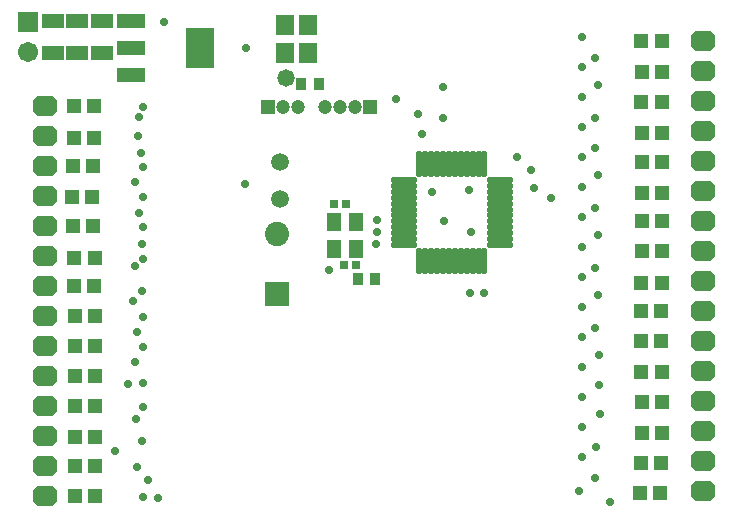
<source format=gts>
G04*
G04 #@! TF.GenerationSoftware,Altium Limited,Altium Designer,23.10.1 (27)*
G04*
G04 Layer_Color=8388736*
%FSLAX44Y44*%
%MOMM*%
G71*
G04*
G04 #@! TF.SameCoordinates,EDDF8714-B4F6-4BBB-B34A-9CA9A18AB3C3*
G04*
G04*
G04 #@! TF.FilePolarity,Negative*
G04*
G01*
G75*
%ADD27R,1.2032X1.3032*%
%ADD28R,0.9032X1.1032*%
%ADD29O,0.5032X2.3032*%
%ADD30O,2.3032X0.5032*%
%ADD31R,1.3032X1.5032*%
%ADD32R,0.8032X0.7032*%
%ADD33R,1.5032X1.8032*%
%ADD34R,2.4032X3.5032*%
%ADD35R,2.4032X1.2032*%
%ADD36R,1.9032X1.3032*%
G04:AMPARAMS|DCode=37|XSize=2.1082mm|YSize=1.7272mm|CornerRadius=0mm|HoleSize=0mm|Usage=FLASHONLY|Rotation=180.000|XOffset=0mm|YOffset=0mm|HoleType=Round|Shape=Octagon|*
%AMOCTAGOND37*
4,1,8,-1.0541,0.4318,-1.0541,-0.4318,-0.6223,-0.8636,0.6223,-0.8636,1.0541,-0.4318,1.0541,0.4318,0.6223,0.8636,-0.6223,0.8636,-1.0541,0.4318,0.0*
%
%ADD37OCTAGOND37*%

%ADD38C,1.5032*%
%ADD39C,2.0532*%
%ADD40R,2.0532X2.0532*%
%ADD41C,1.2032*%
%ADD42R,1.2032X1.2032*%
%ADD43C,1.7032*%
%ADD44R,1.7032X1.7032*%
%ADD45C,0.7112*%
%ADD46C,1.4732*%
D27*
X65668Y417576D02*
D03*
X82668D02*
D03*
X83938Y86868D02*
D03*
X66938D02*
D03*
X66938Y188468D02*
D03*
X83938D02*
D03*
X66684Y112776D02*
D03*
X83684D02*
D03*
X66938Y137414D02*
D03*
X83938D02*
D03*
X66938Y163322D02*
D03*
X83938D02*
D03*
X64906Y315468D02*
D03*
X81906D02*
D03*
X65922Y264922D02*
D03*
X82922D02*
D03*
X66430Y288798D02*
D03*
X83430D02*
D03*
X66684Y239522D02*
D03*
X83684D02*
D03*
X66938Y213868D02*
D03*
X83938D02*
D03*
X64398Y340360D02*
D03*
X81398D02*
D03*
X65922Y390652D02*
D03*
X82922D02*
D03*
X65414Y366522D02*
D03*
X82414D02*
D03*
X546490Y472440D02*
D03*
X563490D02*
D03*
X546744Y446024D02*
D03*
X563744D02*
D03*
X546490Y420878D02*
D03*
X563490D02*
D03*
X546998Y394970D02*
D03*
X563998D02*
D03*
X546744Y370332D02*
D03*
X563744D02*
D03*
X547252Y343916D02*
D03*
X564252D02*
D03*
X546998Y319786D02*
D03*
X563998D02*
D03*
X546998Y294386D02*
D03*
X563998D02*
D03*
X546490Y267970D02*
D03*
X563490D02*
D03*
X546236Y243586D02*
D03*
X563236D02*
D03*
X546236Y218186D02*
D03*
X563236D02*
D03*
X546490Y192278D02*
D03*
X563490D02*
D03*
X546744Y167132D02*
D03*
X563744D02*
D03*
X547252Y140970D02*
D03*
X564252D02*
D03*
X545982Y114808D02*
D03*
X562982D02*
D03*
X545474Y90170D02*
D03*
X562474D02*
D03*
D28*
X258438Y435864D02*
D03*
X273438D02*
D03*
X321198Y271271D02*
D03*
X306198D02*
D03*
D29*
X358518Y368261D02*
D03*
X363518D02*
D03*
X368518D02*
D03*
X373518D02*
D03*
X378518D02*
D03*
X383518D02*
D03*
X388518D02*
D03*
X393518D02*
D03*
X398518D02*
D03*
X403518D02*
D03*
X408518D02*
D03*
X413518D02*
D03*
Y286261D02*
D03*
X408518D02*
D03*
X403518D02*
D03*
X398518D02*
D03*
X393518D02*
D03*
X388518D02*
D03*
X383518D02*
D03*
X378518D02*
D03*
X373518D02*
D03*
X368518D02*
D03*
X363518D02*
D03*
X358518D02*
D03*
D30*
X427018Y354761D02*
D03*
Y349761D02*
D03*
Y344761D02*
D03*
Y339761D02*
D03*
Y334761D02*
D03*
Y329761D02*
D03*
Y324761D02*
D03*
Y319761D02*
D03*
Y314761D02*
D03*
Y309761D02*
D03*
Y304761D02*
D03*
Y299761D02*
D03*
X345018D02*
D03*
Y304761D02*
D03*
Y309761D02*
D03*
Y314761D02*
D03*
Y319761D02*
D03*
Y324761D02*
D03*
Y329761D02*
D03*
Y334761D02*
D03*
Y339761D02*
D03*
Y344761D02*
D03*
Y349761D02*
D03*
Y354761D02*
D03*
D31*
X304410Y296601D02*
D03*
Y319601D02*
D03*
X286410D02*
D03*
Y296601D02*
D03*
D32*
X296410Y334771D02*
D03*
X286410D02*
D03*
X294410Y282701D02*
D03*
X304410D02*
D03*
D33*
X245002Y485902D02*
D03*
X264002D02*
D03*
Y462534D02*
D03*
X245002D02*
D03*
D34*
X172460Y466344D02*
D03*
D35*
X114300Y443484D02*
D03*
X113960Y466344D02*
D03*
Y489344D02*
D03*
D36*
X68828Y462496D02*
D03*
Y489496D02*
D03*
X89402D02*
D03*
Y462496D02*
D03*
X48254Y489496D02*
D03*
Y462496D02*
D03*
D37*
X41148Y417068D02*
D03*
Y391668D02*
D03*
Y366268D02*
D03*
Y340868D02*
D03*
Y315468D02*
D03*
Y290068D02*
D03*
Y264668D02*
D03*
Y239268D02*
D03*
Y213868D02*
D03*
Y188468D02*
D03*
Y163068D02*
D03*
Y137668D02*
D03*
Y112268D02*
D03*
Y86868D02*
D03*
X598424Y91186D02*
D03*
Y116586D02*
D03*
Y141986D02*
D03*
Y167386D02*
D03*
Y192786D02*
D03*
Y218186D02*
D03*
Y243586D02*
D03*
Y268986D02*
D03*
Y294386D02*
D03*
Y319786D02*
D03*
Y345186D02*
D03*
Y370586D02*
D03*
Y395986D02*
D03*
Y421386D02*
D03*
Y446786D02*
D03*
Y472186D02*
D03*
D38*
X240292Y338829D02*
D03*
Y369829D02*
D03*
D39*
X238006Y309117D02*
D03*
D40*
Y258317D02*
D03*
D41*
X255524Y416560D02*
D03*
X242824D02*
D03*
X278638Y416814D02*
D03*
X291338D02*
D03*
X304038D02*
D03*
D42*
X230124Y416560D02*
D03*
X316738Y416814D02*
D03*
D43*
X26664Y463042D02*
D03*
D44*
Y488442D02*
D03*
D45*
X124206Y86614D02*
D03*
X137414Y85344D02*
D03*
X128270Y100838D02*
D03*
X117730Y200788D02*
D03*
X100838Y124968D02*
D03*
X111505Y181865D02*
D03*
X116172Y252636D02*
D03*
X124243Y288035D02*
D03*
X118109Y152655D02*
D03*
X119126Y226060D02*
D03*
X119228Y112141D02*
D03*
X123182Y260933D02*
D03*
X123308Y134060D02*
D03*
X124206Y183134D02*
D03*
Y162814D02*
D03*
Y213614D02*
D03*
Y239014D02*
D03*
Y365736D02*
D03*
Y416814D02*
D03*
X117522Y353140D02*
D03*
X120224Y391652D02*
D03*
X120903Y407925D02*
D03*
X121164Y327146D02*
D03*
X122451Y377929D02*
D03*
X123952Y300228D02*
D03*
X124206Y340614D02*
D03*
X124216Y314957D02*
D03*
X117637Y282159D02*
D03*
X519684Y82042D02*
D03*
X511049Y156973D02*
D03*
X441109Y374561D02*
D03*
X357124Y410718D02*
D03*
X338582Y423672D02*
D03*
X378460Y433578D02*
D03*
Y407670D02*
D03*
X469646Y339598D02*
D03*
X496316Y424688D02*
D03*
X507492Y102616D02*
D03*
X508216Y128740D02*
D03*
X510225Y181549D02*
D03*
X510258Y206982D02*
D03*
X507492Y229616D02*
D03*
X509626Y257150D02*
D03*
X510074Y308398D02*
D03*
X507492Y331216D02*
D03*
X509756Y358880D02*
D03*
X509911Y435235D02*
D03*
X452882Y363219D02*
D03*
X455684Y348233D02*
D03*
X322072Y300481D02*
D03*
X400820Y346201D02*
D03*
X401836Y311149D02*
D03*
X369070Y344931D02*
D03*
X210574Y351027D02*
D03*
X282202Y278891D02*
D03*
X378976Y320039D02*
D03*
X401328Y259333D02*
D03*
X413520D02*
D03*
X360942Y393699D02*
D03*
X322588Y311149D02*
D03*
X322334Y320801D02*
D03*
X496316Y475488D02*
D03*
X507492Y458216D02*
D03*
X496316Y450088D02*
D03*
X507492Y407416D02*
D03*
X496316Y399288D02*
D03*
X507492Y382016D02*
D03*
X496316Y373888D02*
D03*
Y348488D02*
D03*
Y323088D02*
D03*
Y297688D02*
D03*
X507492Y280416D02*
D03*
X496316Y272288D02*
D03*
Y246888D02*
D03*
Y221488D02*
D03*
Y196088D02*
D03*
Y170688D02*
D03*
Y145288D02*
D03*
Y119888D02*
D03*
X493522Y91440D02*
D03*
X211576Y466598D02*
D03*
X141980Y488188D02*
D03*
D46*
X245358Y441198D02*
D03*
M02*

</source>
